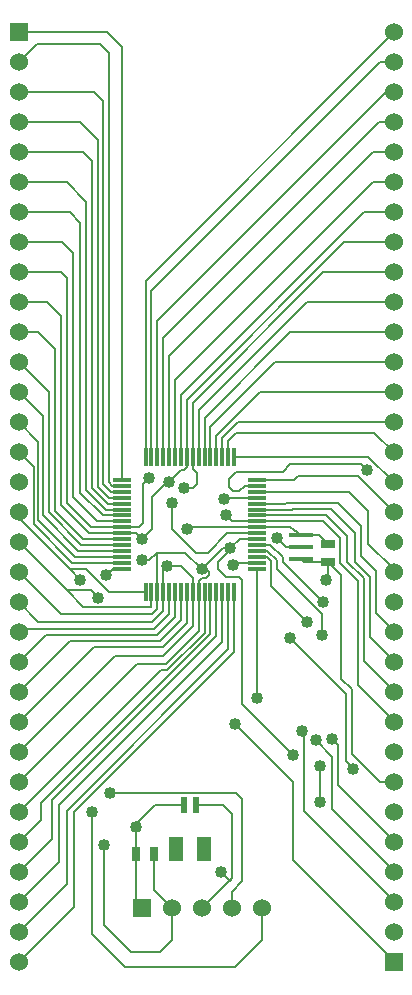
<source format=gtl>
G04 (created by PCBNEW (2013-05-31 BZR 4019)-stable) date 7/11/2013 3:51:15 PM*
%MOIN*%
G04 Gerber Fmt 3.4, Leading zero omitted, Abs format*
%FSLAX34Y34*%
G01*
G70*
G90*
G04 APERTURE LIST*
%ADD10C,0.00590551*%
%ADD11R,0.0590551X0.011811*%
%ADD12R,0.011811X0.0590551*%
%ADD13R,0.025X0.045*%
%ADD14R,0.045X0.025*%
%ADD15R,0.06X0.06*%
%ADD16C,0.06*%
%ADD17R,0.023622X0.0531496*%
%ADD18R,0.0472441X0.0787402*%
%ADD19R,0.0787X0.0157*%
%ADD20C,0.04*%
%ADD21C,0.007*%
G04 APERTURE END LIST*
G54D10*
G54D11*
X24055Y-20973D03*
X24055Y-21170D03*
X24055Y-21367D03*
X24055Y-21564D03*
X24055Y-21761D03*
X24055Y-21957D03*
X24055Y-22154D03*
X24055Y-22351D03*
X24055Y-22548D03*
X24055Y-22745D03*
X24055Y-22942D03*
X24055Y-23138D03*
X24055Y-23335D03*
X24055Y-23532D03*
X24055Y-23729D03*
X24055Y-23926D03*
G54D12*
X24823Y-24694D03*
X25020Y-24694D03*
X25217Y-24694D03*
X25414Y-24694D03*
X25611Y-24694D03*
X25807Y-24694D03*
X26004Y-24694D03*
X26201Y-24694D03*
X26398Y-24694D03*
X26595Y-24694D03*
X26792Y-24694D03*
X26988Y-24694D03*
X27185Y-24694D03*
X27382Y-24694D03*
X27579Y-24694D03*
X27776Y-24694D03*
G54D11*
X28544Y-23926D03*
X28544Y-23729D03*
X28544Y-23532D03*
X28544Y-23335D03*
X28544Y-23138D03*
X28544Y-22942D03*
X28544Y-22745D03*
X28544Y-22548D03*
X28544Y-22351D03*
X28544Y-22154D03*
X28544Y-21957D03*
X28544Y-21761D03*
X28544Y-21564D03*
X28544Y-21367D03*
X28544Y-21170D03*
X28544Y-20973D03*
G54D12*
X27776Y-20205D03*
X27579Y-20205D03*
X27382Y-20205D03*
X27185Y-20205D03*
X26988Y-20205D03*
X26792Y-20205D03*
X26595Y-20205D03*
X26398Y-20205D03*
X26201Y-20205D03*
X26004Y-20205D03*
X25807Y-20205D03*
X25611Y-20205D03*
X25414Y-20205D03*
X25217Y-20205D03*
X25020Y-20205D03*
X24823Y-20205D03*
G54D13*
X25100Y-33450D03*
X24500Y-33450D03*
G54D14*
X30900Y-23700D03*
X30900Y-23100D03*
G54D15*
X24700Y-35250D03*
G54D16*
X25700Y-35250D03*
X26700Y-35250D03*
X27700Y-35250D03*
X28700Y-35250D03*
G54D17*
X26103Y-31801D03*
X26496Y-31801D03*
G54D18*
X26772Y-33258D03*
X25827Y-33258D03*
G54D19*
X30000Y-23594D03*
X30000Y-23200D03*
X30000Y-22806D03*
G54D16*
X20600Y-22050D03*
X20600Y-30050D03*
X20600Y-28050D03*
X20600Y-26050D03*
X20600Y-24050D03*
X20600Y-37050D03*
X20600Y-35050D03*
X20600Y-33050D03*
X20600Y-31050D03*
X20600Y-29050D03*
X20600Y-36050D03*
X20600Y-27050D03*
X20600Y-34050D03*
X20600Y-25050D03*
X20600Y-32050D03*
X20600Y-23050D03*
G54D15*
X20600Y-6050D03*
G54D16*
X20600Y-7050D03*
X20600Y-16050D03*
X20600Y-9050D03*
X20600Y-18050D03*
X20600Y-11050D03*
X20600Y-20050D03*
X20600Y-13050D03*
X20600Y-15050D03*
X20600Y-17050D03*
X20600Y-19050D03*
X20600Y-21050D03*
X20600Y-8050D03*
X20600Y-10050D03*
X20600Y-12050D03*
X20600Y-14050D03*
G54D15*
X33100Y-37050D03*
G54D16*
X33100Y-36050D03*
X33100Y-27050D03*
X33100Y-34050D03*
X33100Y-25050D03*
X33100Y-32050D03*
X33100Y-23050D03*
X33100Y-30050D03*
X33100Y-21050D03*
X33100Y-28050D03*
X33100Y-19050D03*
X33100Y-26050D03*
X33100Y-17050D03*
X33100Y-24050D03*
X33100Y-15050D03*
X33100Y-22050D03*
X33100Y-13050D03*
X33100Y-20050D03*
X33100Y-11050D03*
X33100Y-18050D03*
X33100Y-9050D03*
X33100Y-16050D03*
X33100Y-7050D03*
X33100Y-14050D03*
X33100Y-12050D03*
X33100Y-10050D03*
X33100Y-6050D03*
X33100Y-35050D03*
X33100Y-33050D03*
X33100Y-31050D03*
X33100Y-29050D03*
X33100Y-8050D03*
G54D20*
X24950Y-20900D03*
X27350Y-34050D03*
X25550Y-23850D03*
X29200Y-22900D03*
X27500Y-22150D03*
X30750Y-25050D03*
X31050Y-29600D03*
X30500Y-29650D03*
X30700Y-26150D03*
X30050Y-29350D03*
X30200Y-25700D03*
X27750Y-23800D03*
X29650Y-26250D03*
X31750Y-30600D03*
X30650Y-30500D03*
X30650Y-31700D03*
X27800Y-29100D03*
X28550Y-28250D03*
X27450Y-21600D03*
X32200Y-20650D03*
X26200Y-22600D03*
X30850Y-24300D03*
X25700Y-21750D03*
X26100Y-21250D03*
X23500Y-24150D03*
X23250Y-24900D03*
X23650Y-31400D03*
X23050Y-32050D03*
X22650Y-24300D03*
X24500Y-32550D03*
X29750Y-30150D03*
X24700Y-23650D03*
X27650Y-23250D03*
X23450Y-33150D03*
X26700Y-23950D03*
X24700Y-22950D03*
X25600Y-21050D03*
G54D21*
X24055Y-22548D02*
X22998Y-22548D01*
X22000Y-14050D02*
X20600Y-14050D01*
X22200Y-14250D02*
X22000Y-14050D01*
X22200Y-21750D02*
X22200Y-14250D01*
X22998Y-22548D02*
X22200Y-21750D01*
X24601Y-22548D02*
X24055Y-22548D01*
X24750Y-22400D02*
X24601Y-22548D01*
X24750Y-21100D02*
X24750Y-22400D01*
X24950Y-20900D02*
X24750Y-21100D01*
X27625Y-34325D02*
X27700Y-34250D01*
X27350Y-34050D02*
X27625Y-34325D01*
X26398Y-24694D02*
X26398Y-24248D01*
X26000Y-23850D02*
X25550Y-23850D01*
X26398Y-24248D02*
X26000Y-23850D01*
X25414Y-24694D02*
X25414Y-23985D01*
X25414Y-23985D02*
X25550Y-23850D01*
X30000Y-23200D02*
X29500Y-23200D01*
X29500Y-23200D02*
X29200Y-22900D01*
X28544Y-22351D02*
X27701Y-22351D01*
X27701Y-22351D02*
X27500Y-22150D01*
X28544Y-22351D02*
X30751Y-22351D01*
X31900Y-27800D02*
X33100Y-29000D01*
X31900Y-24350D02*
X31900Y-27800D01*
X31300Y-23750D02*
X31900Y-24350D01*
X31300Y-22900D02*
X31300Y-23750D01*
X30751Y-22351D02*
X31300Y-22900D01*
X25414Y-24694D02*
X25414Y-25335D01*
X21250Y-25700D02*
X20600Y-25050D01*
X25050Y-25700D02*
X21250Y-25700D01*
X25414Y-25335D02*
X25050Y-25700D01*
X26496Y-31801D02*
X27398Y-31801D01*
X27700Y-34250D02*
X26700Y-35250D01*
X27700Y-32103D02*
X27700Y-34250D01*
X27398Y-31801D02*
X27700Y-32103D01*
X26398Y-24694D02*
X26398Y-25851D01*
X23800Y-26850D02*
X20600Y-30050D01*
X25400Y-26850D02*
X23800Y-26850D01*
X26398Y-25851D02*
X25400Y-26850D01*
X24055Y-23335D02*
X22585Y-23335D01*
X21400Y-18850D02*
X20600Y-18050D01*
X21400Y-22150D02*
X21400Y-18850D01*
X22585Y-23335D02*
X21400Y-22150D01*
X27382Y-24694D02*
X27382Y-26367D01*
X21950Y-33700D02*
X20600Y-35050D01*
X21950Y-31800D02*
X21950Y-33700D01*
X27382Y-26367D02*
X21950Y-31800D01*
X28544Y-23138D02*
X28988Y-23138D01*
X28988Y-23138D02*
X29400Y-23550D01*
X29400Y-23550D02*
X29400Y-23700D01*
X29400Y-23700D02*
X30450Y-24750D01*
X30450Y-24750D02*
X30750Y-25050D01*
X31050Y-29600D02*
X31250Y-29800D01*
X31250Y-29800D02*
X31250Y-31150D01*
X31250Y-31150D02*
X33100Y-33000D01*
X28544Y-23335D02*
X28885Y-23335D01*
X31050Y-31950D02*
X33100Y-34000D01*
X31050Y-30200D02*
X31050Y-31950D01*
X30500Y-29650D02*
X31050Y-30200D01*
X30700Y-25450D02*
X30700Y-26150D01*
X29200Y-23950D02*
X30700Y-25450D01*
X29200Y-23650D02*
X29200Y-23950D01*
X28885Y-23335D02*
X29200Y-23650D01*
X28544Y-23532D02*
X28870Y-23532D01*
X30100Y-32000D02*
X33100Y-35000D01*
X30100Y-29400D02*
X30100Y-32000D01*
X30050Y-29350D02*
X30100Y-29400D01*
X29000Y-24500D02*
X30200Y-25700D01*
X29000Y-23662D02*
X29000Y-24500D01*
X28870Y-23532D02*
X29000Y-23662D01*
X28544Y-23729D02*
X27820Y-23729D01*
X27820Y-23729D02*
X27750Y-23800D01*
X29650Y-26250D02*
X31500Y-28100D01*
X31500Y-28100D02*
X31500Y-30350D01*
X31500Y-30350D02*
X31750Y-30600D01*
X30650Y-30500D02*
X30650Y-31700D01*
X28544Y-23926D02*
X28544Y-28244D01*
X29750Y-33650D02*
X33100Y-37000D01*
X29750Y-31050D02*
X29750Y-33650D01*
X27800Y-29100D02*
X29750Y-31050D01*
X28544Y-28244D02*
X28550Y-28250D01*
X26201Y-24694D02*
X26201Y-25748D01*
X23100Y-26550D02*
X20600Y-29050D01*
X25400Y-26550D02*
X23100Y-26550D01*
X26201Y-25748D02*
X25400Y-26550D01*
X28544Y-22154D02*
X29845Y-22154D01*
X32100Y-27000D02*
X33100Y-28000D01*
X32100Y-24250D02*
X32100Y-27000D01*
X31550Y-23700D02*
X32100Y-24250D01*
X31550Y-22850D02*
X31550Y-23700D01*
X30850Y-22150D02*
X31550Y-22850D01*
X29850Y-22150D02*
X30850Y-22150D01*
X29845Y-22154D02*
X29850Y-22150D01*
X28544Y-21957D02*
X29692Y-21957D01*
X32300Y-26200D02*
X33100Y-27000D01*
X32300Y-24200D02*
X32300Y-26200D01*
X31800Y-23700D02*
X32300Y-24200D01*
X31800Y-22750D02*
X31800Y-23700D01*
X31000Y-21950D02*
X31800Y-22750D01*
X29700Y-21950D02*
X31000Y-21950D01*
X29692Y-21957D02*
X29700Y-21950D01*
X24055Y-23532D02*
X22482Y-23532D01*
X21249Y-19699D02*
X20600Y-19050D01*
X21249Y-22299D02*
X21249Y-19699D01*
X22482Y-23532D02*
X21249Y-22299D01*
X28544Y-21761D02*
X29488Y-21761D01*
X32500Y-25400D02*
X33100Y-26000D01*
X32500Y-24000D02*
X32500Y-25400D01*
X32000Y-23500D02*
X32500Y-24000D01*
X32000Y-22500D02*
X32000Y-23500D01*
X31250Y-21750D02*
X32000Y-22500D01*
X29500Y-21750D02*
X31250Y-21750D01*
X29488Y-21761D02*
X29500Y-21750D01*
X27485Y-21564D02*
X28544Y-21564D01*
X27450Y-21600D02*
X27485Y-21564D01*
X33100Y-24050D02*
X33100Y-23950D01*
X31617Y-21367D02*
X28544Y-21367D01*
X32250Y-22000D02*
X31617Y-21367D01*
X32250Y-23100D02*
X32250Y-22000D01*
X33100Y-23950D02*
X32250Y-23100D01*
X28544Y-21170D02*
X28129Y-21170D01*
X32000Y-20450D02*
X32200Y-20650D01*
X29650Y-20450D02*
X32000Y-20450D01*
X29400Y-20700D02*
X29650Y-20450D01*
X27850Y-20700D02*
X29400Y-20700D01*
X27600Y-20950D02*
X27850Y-20700D01*
X27600Y-21200D02*
X27600Y-20950D01*
X27750Y-21350D02*
X27600Y-21200D01*
X27950Y-21350D02*
X27750Y-21350D01*
X28129Y-21170D02*
X27950Y-21350D01*
X28544Y-20973D02*
X29776Y-20973D01*
X31900Y-20850D02*
X33100Y-22050D01*
X29900Y-20850D02*
X31900Y-20850D01*
X29776Y-20973D02*
X29900Y-20850D01*
X28544Y-22548D02*
X26251Y-22548D01*
X26251Y-22548D02*
X26200Y-22600D01*
X30000Y-22806D02*
X30606Y-22806D01*
X30606Y-22806D02*
X30900Y-23100D01*
X28544Y-22548D02*
X29642Y-22548D01*
X29642Y-22548D02*
X30000Y-22806D01*
X30900Y-23700D02*
X31350Y-24150D01*
X32650Y-31050D02*
X33100Y-31050D01*
X31700Y-30100D02*
X32650Y-31050D01*
X31700Y-27950D02*
X31700Y-30100D01*
X31350Y-27600D02*
X31700Y-27950D01*
X31350Y-24150D02*
X31350Y-27600D01*
X28544Y-22745D02*
X27554Y-22745D01*
X30900Y-24250D02*
X30900Y-23700D01*
X30850Y-24300D02*
X30900Y-24250D01*
X25700Y-22600D02*
X25700Y-21750D01*
X26500Y-23400D02*
X25700Y-22600D01*
X26900Y-23400D02*
X26500Y-23400D01*
X27554Y-22745D02*
X26900Y-23400D01*
X30900Y-23700D02*
X30106Y-23700D01*
X30106Y-23700D02*
X30000Y-23594D01*
X25414Y-20205D02*
X25414Y-16235D01*
X32600Y-9050D02*
X33100Y-9050D01*
X25414Y-16235D02*
X32600Y-9050D01*
X25807Y-20205D02*
X25807Y-17642D01*
X32400Y-11050D02*
X33100Y-11050D01*
X25807Y-17642D02*
X32400Y-11050D01*
X25020Y-20205D02*
X25020Y-14679D01*
X32650Y-7050D02*
X33100Y-7050D01*
X25020Y-14679D02*
X32650Y-7050D01*
X24055Y-23729D02*
X22379Y-23729D01*
X21099Y-20549D02*
X20600Y-20050D01*
X21099Y-22449D02*
X21099Y-20549D01*
X22379Y-23729D02*
X21099Y-22449D01*
X26004Y-20205D02*
X26004Y-18145D01*
X32100Y-12050D02*
X33100Y-12050D01*
X26004Y-18145D02*
X32100Y-12050D01*
X24055Y-21761D02*
X23561Y-21761D01*
X22750Y-10050D02*
X20600Y-10050D01*
X23050Y-10350D02*
X22750Y-10050D01*
X23050Y-21250D02*
X23050Y-10350D01*
X23561Y-21761D02*
X23050Y-21250D01*
X26398Y-20205D02*
X26398Y-18401D01*
X30750Y-14050D02*
X33100Y-14050D01*
X26398Y-18401D02*
X30750Y-14050D01*
X26398Y-20205D02*
X26398Y-20598D01*
X26400Y-21250D02*
X26100Y-21250D01*
X26550Y-21100D02*
X26400Y-21250D01*
X26550Y-20750D02*
X26550Y-21100D01*
X26398Y-20598D02*
X26550Y-20750D01*
X24055Y-20973D02*
X24055Y-6555D01*
X23550Y-6050D02*
X20600Y-6050D01*
X24055Y-6555D02*
X23550Y-6050D01*
X24055Y-21170D02*
X23720Y-21170D01*
X21200Y-6450D02*
X20600Y-7050D01*
X23300Y-6450D02*
X21200Y-6450D01*
X23600Y-6750D02*
X23300Y-6450D01*
X23600Y-21050D02*
X23600Y-6750D01*
X23720Y-21170D02*
X23600Y-21050D01*
X24055Y-21367D02*
X23667Y-21367D01*
X23100Y-8050D02*
X20600Y-8050D01*
X23400Y-8350D02*
X23100Y-8050D01*
X23400Y-21100D02*
X23400Y-8350D01*
X23667Y-21367D02*
X23400Y-21100D01*
X24055Y-21564D02*
X23614Y-21564D01*
X22650Y-9050D02*
X20600Y-9050D01*
X23249Y-9649D02*
X22650Y-9050D01*
X23249Y-21199D02*
X23249Y-9649D01*
X23614Y-21564D02*
X23249Y-21199D01*
X24055Y-21957D02*
X23507Y-21957D01*
X22200Y-11050D02*
X20600Y-11050D01*
X22850Y-11700D02*
X22200Y-11050D01*
X22850Y-21300D02*
X22850Y-11700D01*
X23507Y-21957D02*
X22850Y-21300D01*
X24055Y-22942D02*
X22742Y-22942D01*
X21250Y-16050D02*
X20600Y-16050D01*
X21800Y-16600D02*
X21250Y-16050D01*
X21800Y-22000D02*
X21800Y-16600D01*
X22742Y-22942D02*
X21800Y-22000D01*
X24055Y-23138D02*
X22688Y-23138D01*
X21600Y-18050D02*
X20600Y-17050D01*
X21600Y-22050D02*
X21600Y-18050D01*
X22688Y-23138D02*
X21600Y-22050D01*
X24055Y-23926D02*
X23723Y-23926D01*
X23723Y-23926D02*
X23500Y-24150D01*
X27776Y-24694D02*
X27776Y-26723D01*
X22450Y-35200D02*
X20600Y-37050D01*
X22450Y-32050D02*
X22450Y-35200D01*
X27776Y-26723D02*
X22450Y-32050D01*
X27776Y-20205D02*
X32255Y-20205D01*
X32255Y-20205D02*
X33100Y-21050D01*
X27579Y-20205D02*
X27579Y-19670D01*
X32450Y-19400D02*
X33100Y-20050D01*
X27850Y-19400D02*
X32450Y-19400D01*
X27579Y-19670D02*
X27850Y-19400D01*
X27382Y-20205D02*
X27382Y-19567D01*
X27900Y-19050D02*
X33100Y-19050D01*
X27382Y-19567D02*
X27900Y-19050D01*
X27185Y-20205D02*
X27185Y-19514D01*
X28650Y-18050D02*
X33100Y-18050D01*
X27185Y-19514D02*
X28650Y-18050D01*
X26988Y-20205D02*
X26988Y-19211D01*
X29150Y-17050D02*
X33100Y-17050D01*
X26988Y-19211D02*
X29150Y-17050D01*
X27185Y-24694D02*
X27185Y-26164D01*
X21700Y-32950D02*
X20600Y-34050D01*
X21700Y-31650D02*
X21700Y-32950D01*
X27185Y-26164D02*
X21700Y-31650D01*
X26792Y-20205D02*
X26792Y-18907D01*
X29650Y-16050D02*
X33100Y-16050D01*
X26792Y-18907D02*
X29650Y-16050D01*
X25611Y-20205D02*
X25611Y-16838D01*
X32400Y-10050D02*
X33100Y-10050D01*
X25611Y-16838D02*
X32400Y-10050D01*
X25217Y-20205D02*
X25217Y-15682D01*
X32850Y-8050D02*
X33100Y-8050D01*
X25217Y-15682D02*
X32850Y-8050D01*
X26792Y-24694D02*
X26792Y-26057D01*
X25350Y-27300D02*
X20600Y-32050D01*
X25550Y-27300D02*
X25350Y-27300D01*
X26792Y-26057D02*
X25550Y-27300D01*
X24823Y-20205D02*
X24823Y-14326D01*
X24823Y-14326D02*
X33100Y-6050D01*
X26595Y-20205D02*
X26595Y-18654D01*
X30200Y-15050D02*
X33100Y-15050D01*
X26595Y-18654D02*
X30200Y-15050D01*
X27700Y-35250D02*
X27700Y-34700D01*
X23000Y-24650D02*
X22200Y-24650D01*
X23250Y-24900D02*
X23000Y-24650D01*
X27850Y-31400D02*
X23650Y-31400D01*
X28050Y-31600D02*
X27850Y-31400D01*
X28050Y-34350D02*
X28050Y-31600D01*
X27700Y-34700D02*
X28050Y-34350D01*
X25020Y-24694D02*
X25020Y-25179D01*
X22750Y-25200D02*
X22200Y-24650D01*
X22200Y-24650D02*
X20600Y-23050D01*
X25000Y-25200D02*
X22750Y-25200D01*
X25020Y-25179D02*
X25000Y-25200D01*
X28700Y-35250D02*
X28700Y-36300D01*
X28700Y-36300D02*
X27800Y-37200D01*
X27800Y-37200D02*
X24150Y-37200D01*
X24150Y-37200D02*
X23050Y-36100D01*
X23050Y-36100D02*
X23050Y-32050D01*
X22650Y-24300D02*
X22300Y-23950D01*
X24823Y-24694D02*
X23594Y-24694D01*
X20600Y-22250D02*
X20600Y-22050D01*
X22300Y-23950D02*
X20600Y-22250D01*
X22850Y-23950D02*
X22300Y-23950D01*
X23594Y-24694D02*
X22850Y-23950D01*
X26004Y-24694D02*
X26004Y-25645D01*
X22300Y-26350D02*
X20600Y-28050D01*
X25300Y-26350D02*
X22300Y-26350D01*
X26004Y-25645D02*
X25300Y-26350D01*
X25611Y-24694D02*
X25611Y-25438D01*
X20700Y-25950D02*
X20600Y-26050D01*
X25100Y-25950D02*
X20700Y-25950D01*
X25611Y-25438D02*
X25100Y-25950D01*
X25807Y-24694D02*
X25807Y-25542D01*
X21500Y-26150D02*
X20600Y-27050D01*
X25200Y-26150D02*
X21500Y-26150D01*
X25807Y-25542D02*
X25200Y-26150D01*
X26988Y-24694D02*
X26988Y-26111D01*
X21350Y-32300D02*
X20600Y-33050D01*
X21350Y-31750D02*
X21350Y-32300D01*
X26988Y-26111D02*
X21350Y-31750D01*
X27579Y-24694D02*
X27579Y-26620D01*
X22200Y-34450D02*
X20600Y-36050D01*
X22200Y-32000D02*
X22200Y-34450D01*
X27579Y-26620D02*
X22200Y-32000D01*
X24055Y-22154D02*
X23404Y-22154D01*
X22300Y-12050D02*
X20600Y-12050D01*
X22650Y-12400D02*
X22300Y-12050D01*
X22650Y-21400D02*
X22650Y-12400D01*
X23404Y-22154D02*
X22650Y-21400D01*
X26103Y-31801D02*
X25148Y-31801D01*
X24500Y-32450D02*
X24500Y-32550D01*
X25148Y-31801D02*
X24500Y-32450D01*
X24500Y-33450D02*
X24500Y-35050D01*
X24500Y-35050D02*
X24700Y-35250D01*
X24500Y-33450D02*
X24500Y-32550D01*
X20600Y-12050D02*
X20600Y-12050D01*
X24055Y-22351D02*
X23201Y-22351D01*
X22050Y-13050D02*
X20600Y-13050D01*
X22400Y-13400D02*
X22050Y-13050D01*
X22400Y-21550D02*
X22400Y-13400D01*
X23201Y-22351D02*
X22400Y-21550D01*
X24055Y-22745D02*
X22945Y-22745D01*
X21550Y-15050D02*
X20600Y-15050D01*
X22000Y-15500D02*
X21550Y-15050D01*
X22000Y-21800D02*
X22000Y-15500D01*
X22945Y-22745D02*
X22000Y-21800D01*
X26201Y-20205D02*
X26201Y-18298D01*
X31450Y-13050D02*
X33100Y-13050D01*
X26201Y-18298D02*
X31450Y-13050D01*
X25217Y-23400D02*
X25200Y-23400D01*
X25217Y-24694D02*
X25217Y-23400D01*
X26201Y-20205D02*
X26201Y-20548D01*
X26000Y-20650D02*
X25600Y-21050D01*
X26100Y-20650D02*
X26000Y-20650D01*
X26201Y-20548D02*
X26100Y-20650D01*
X27650Y-23250D02*
X27650Y-23300D01*
X28050Y-28450D02*
X29750Y-30150D01*
X28050Y-24300D02*
X28050Y-28450D01*
X27950Y-24200D02*
X28050Y-24300D01*
X27500Y-24200D02*
X27950Y-24200D01*
X27250Y-23950D02*
X27500Y-24200D01*
X27250Y-23700D02*
X27250Y-23950D01*
X27650Y-23300D02*
X27250Y-23700D01*
X25600Y-21050D02*
X25550Y-21050D01*
X25050Y-22600D02*
X24700Y-22950D01*
X25050Y-21550D02*
X25050Y-22600D01*
X25550Y-21050D02*
X25050Y-21550D01*
X26595Y-24694D02*
X26595Y-24354D01*
X26750Y-24000D02*
X26700Y-23950D01*
X26900Y-24000D02*
X26750Y-24000D01*
X26950Y-24050D02*
X26900Y-24000D01*
X26950Y-24150D02*
X26950Y-24050D01*
X26850Y-24250D02*
X26950Y-24150D01*
X26700Y-24250D02*
X26850Y-24250D01*
X26595Y-24354D02*
X26700Y-24250D01*
X24700Y-23650D02*
X24950Y-23650D01*
X24950Y-23650D02*
X25200Y-23400D01*
X26150Y-23400D02*
X26700Y-23950D01*
X25200Y-23400D02*
X26150Y-23400D01*
X27650Y-23250D02*
X27400Y-23250D01*
X27400Y-23250D02*
X26700Y-23950D01*
X28544Y-22942D02*
X27957Y-22942D01*
X27957Y-22942D02*
X27650Y-23250D01*
X25217Y-24694D02*
X25217Y-25282D01*
X22000Y-25450D02*
X20600Y-24050D01*
X25050Y-25450D02*
X22000Y-25450D01*
X25217Y-25282D02*
X25050Y-25450D01*
X25700Y-35250D02*
X25700Y-36300D01*
X23450Y-35800D02*
X23450Y-33150D01*
X24350Y-36700D02*
X23450Y-35800D01*
X25300Y-36700D02*
X24350Y-36700D01*
X25700Y-36300D02*
X25300Y-36700D01*
X26595Y-24694D02*
X26595Y-26004D01*
X26595Y-26004D02*
X25500Y-27100D01*
X25500Y-27100D02*
X24550Y-27100D01*
X24550Y-27100D02*
X20600Y-31050D01*
X25100Y-33450D02*
X25100Y-34650D01*
X25100Y-34650D02*
X25700Y-35250D01*
X24700Y-22950D02*
X24495Y-22745D01*
X24495Y-22745D02*
X24055Y-22745D01*
M02*

</source>
